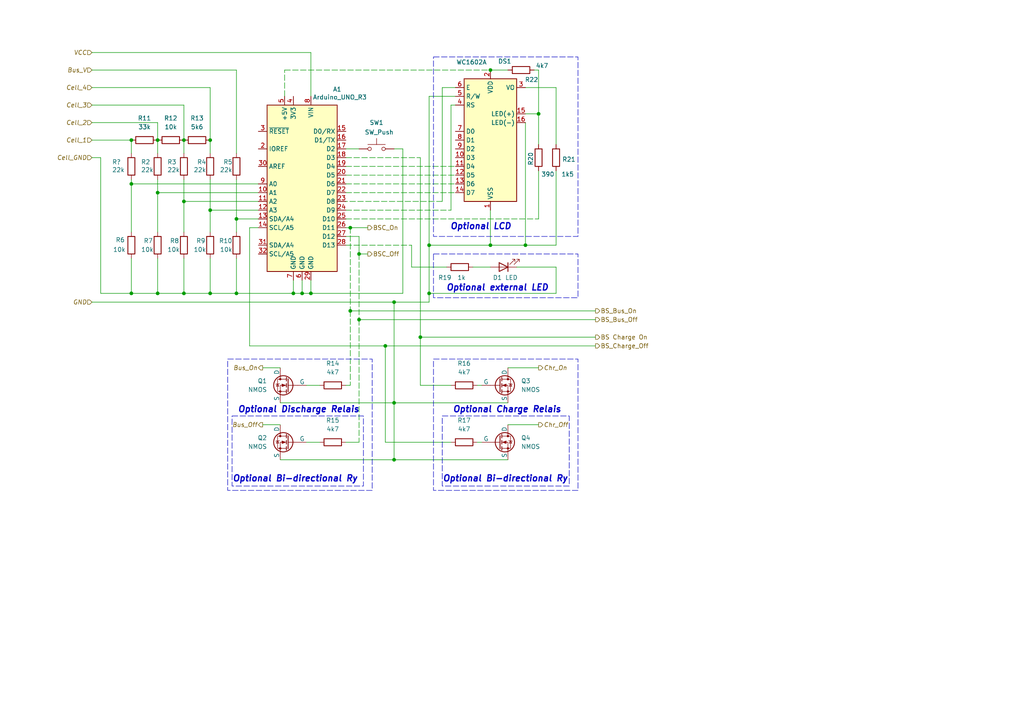
<source format=kicad_sch>
(kicad_sch (version 20231120) (generator "eeschema") (generator_version "8.0")
  (paper "A4")
  (lib_symbols
    (symbol "Device:LED" (pin_numbers hide) (pin_names (offset 1.016) hide)
      (property "Reference" "D" (at 0 2.54 0))
      (property "Value" "LED" (at 0 -2.54 0))
      (symbol "LED_0_1"
        (polyline (pts (xy -1.27 -1.27) (xy -1.27 1.27)) (stroke (width 0.254)))
        (polyline (pts (xy -1.27 0) (xy 1.27 0)))
        (polyline (pts (xy 1.27 -1.27) (xy 1.27 1.27) (xy -1.27 0) (xy 1.27 -1.27)) (stroke (width 0.254)))
        (polyline (pts (xy -3.048 -0.762) (xy -4.572 -2.286) (xy -3.81 -2.286) (xy -4.572 -2.286) (xy -4.572 -1.524)))
        (polyline (pts (xy -1.778 -0.762) (xy -3.302 -2.286) (xy -2.54 -2.286) (xy -3.302 -2.286) (xy -3.302 -1.524)))
      )
      (symbol "LED_1_1"
        (pin passive line (at -3.81 0 0) (length 2.54) (name "K") (number "1"))
        (pin passive line (at 3.81 0 180) (length 2.54) (name "A") (number "2"))
      )
    )
    (symbol "Device:R" (pin_numbers hide) (pin_names (offset 0))
      (property "Reference" "R" (at 2.032 0 90))
      (property "Value" "R" (at 0 0 90))
      (symbol "R_0_1"
        (rectangle (start -1.016 -2.54) (end 1.016 2.54) (stroke (width 0.254)))
      )
      (symbol "R_1_1"
        (pin passive line (at 0 3.81 270) (length 1.27) (name "~") (number "1"))
        (pin passive line (at 0 -3.81 90) (length 1.27) (name "~") (number "2"))
      )
    )
    (symbol "Display_Character:WC1602A"
      (property "Reference" "DS" (at -5.842 19.05 0))
      (property "Value" "WC1602A" (at 5.334 19.05 0))
      (symbol "WC1602A_1_1"
        (rectangle (start -7.62 17.78) (end 7.62 -17.78) (stroke (width 0.254)) (fill (type background)))
        (pin power_in line (at 0 -20.32 90) (length 2.54) (name "VSS") (number "1"))
        (pin input line (at -10.16 -5.08 0) (length 2.54) (name "D3") (number "10"))
        (pin input line (at -10.16 -7.62 0) (length 2.54) (name "D4") (number "11"))
        (pin input line (at -10.16 -10.16 0) (length 2.54) (name "D5") (number "12"))
        (pin input line (at -10.16 -12.7 0) (length 2.54) (name "D6") (number "13"))
        (pin input line (at -10.16 -15.24 0) (length 2.54) (name "D7") (number "14"))
        (pin power_in line (at 10.16 7.62 180) (length 2.54) (name "LED(+)") (number "15"))
        (pin power_in line (at 10.16 5.08 180) (length 2.54) (name "LED(-)") (number "16"))
        (pin power_in line (at 0 20.32 270) (length 2.54) (name "VDD") (number "2"))
        (pin input line (at 10.16 15.24 180) (length 2.54) (name "VO") (number "3"))
        (pin input line (at -10.16 10.16 0) (length 2.54) (name "RS") (number "4"))
        (pin input line (at -10.16 12.7 0) (length 2.54) (name "R/W") (number "5"))
        (pin input line (at -10.16 15.24 0) (length 2.54) (name "E") (number "6"))
        (pin input line (at -10.16 2.54 0) (length 2.54) (name "D0") (number "7"))
        (pin input line (at -10.16 0 0) (length 2.54) (name "D1") (number "8"))
        (pin input line (at -10.16 -2.54 0) (length 2.54) (name "D2") (number "9"))
      )
    )
    (symbol "MCU_Module:Arduino_UNO_R3"
      (property "Reference" "A" (at -10.16 23.495 0))
      (property "Value" "Arduino_UNO_R3" (at 5.08 -26.67 0))
      (symbol "Arduino_UNO_R3_0_1"
        (rectangle (start -10.16 22.86) (end 10.16 -25.4) (stroke (width 0.254)) (fill (type background)))
      )
      (symbol "Arduino_UNO_R3_1_1"
        (pin no_connect line (at -10.16 -20.32 0) (length 2.54) hide (name "NC") (number "1"))
        (pin bidirectional line (at 12.7 -2.54 180) (length 2.54) (name "A1") (number "10"))
        (pin bidirectional line (at 12.7 -5.08 180) (length 2.54) (name "A2") (number "11"))
        (pin bidirectional line (at 12.7 -7.62 180) (length 2.54) (name "A3") (number "12"))
        (pin bidirectional line (at 12.7 -10.16 180) (length 2.54) (name "SDA/A4") (number "13"))
        (pin bidirectional line (at 12.7 -12.7 180) (length 2.54) (name "SCL/A5") (number "14"))
        (pin bidirectional line (at -12.7 15.24 0) (length 2.54) (name "D0/RX") (number "15"))
        (pin bidirectional line (at -12.7 12.7 0) (length 2.54) (name "D1/TX") (number "16"))
        (pin bidirectional line (at -12.7 10.16 0) (length 2.54) (name "D2") (number "17"))
        (pin bidirectional line (at -12.7 7.62 0) (length 2.54) (name "D3") (number "18"))
        (pin bidirectional line (at -12.7 5.08 0) (length 2.54) (name "D4") (number "19"))
        (pin output line (at 12.7 10.16 180) (length 2.54) (name "IOREF") (number "2"))
        (pin bidirectional line (at -12.7 2.54 0) (length 2.54) (name "D5") (number "20"))
        (pin bidirectional line (at -12.7 0 0) (length 2.54) (name "D6") (number "21"))
        (pin bidirectional line (at -12.7 -2.54 0) (length 2.54) (name "D7") (number "22"))
        (pin bidirectional line (at -12.7 -5.08 0) (length 2.54) (name "D8") (number "23"))
        (pin bidirectional line (at -12.7 -7.62 0) (length 2.54) (name "D9") (number "24"))
        (pin bidirectional line (at -12.7 -10.16 0) (length 2.54) (name "D10") (number "25"))
        (pin bidirectional line (at -12.7 -12.7 0) (length 2.54) (name "D11") (number "26"))
        (pin bidirectional line (at -12.7 -15.24 0) (length 2.54) (name "D12") (number "27"))
        (pin bidirectional line (at -12.7 -17.78 0) (length 2.54) (name "D13") (number "28"))
        (pin power_in line (at -2.54 -27.94 90) (length 2.54) (name "GND") (number "29"))
        (pin input line (at 12.7 15.24 180) (length 2.54) (name "~{RESET}") (number "3"))
        (pin input line (at 12.7 5.08 180) (length 2.54) (name "AREF") (number "30"))
        (pin bidirectional line (at 12.7 -17.78 180) (length 2.54) (name "SDA/A4") (number "31"))
        (pin bidirectional line (at 12.7 -20.32 180) (length 2.54) (name "SCL/A5") (number "32"))
        (pin power_out line (at 2.54 25.4 270) (length 2.54) (name "3V3") (number "4"))
        (pin power_out line (at 5.08 25.4 270) (length 2.54) (name "+5V") (number "5"))
        (pin power_in line (at 0 -27.94 90) (length 2.54) (name "GND") (number "6"))
        (pin power_in line (at 2.54 -27.94 90) (length 2.54) (name "GND") (number "7"))
        (pin power_in line (at -2.54 25.4 270) (length 2.54) (name "VIN") (number "8"))
        (pin bidirectional line (at 12.7 0 180) (length 2.54) (name "A0") (number "9"))
      )
    )
    (symbol "Simulation_SPICE:NMOS" (pin_numbers hide) (pin_names (offset 0))
      (property "Reference" "Q" (at 5.08 1.27 0))
      (property "Value" "NMOS" (at 5.08 -1.27 0))
      (symbol "NMOS_0_1"
        (polyline (pts (xy 0.254 0) (xy -2.54 0)))
        (polyline (pts (xy 0.254 1.905) (xy 0.254 -1.905)) (stroke (width 0.254)))
        (polyline (pts (xy 0.762 -1.27) (xy 0.762 -2.286)) (stroke (width 0.254)))
        (polyline (pts (xy 0.762 0.508) (xy 0.762 -0.508)) (stroke (width 0.254)))
        (polyline (pts (xy 0.762 2.286) (xy 0.762 1.27)) (stroke (width 0.254)))
        (polyline (pts (xy 2.54 2.54) (xy 2.54 1.778)))
        (polyline (pts (xy 2.54 -2.54) (xy 2.54 0) (xy 0.762 0)))
        (polyline (pts (xy 0.762 -1.778) (xy 3.302 -1.778) (xy 3.302 1.778) (xy 0.762 1.778)))
        (polyline (pts (xy 1.016 0) (xy 2.032 0.381) (xy 2.032 -0.381) (xy 1.016 0)) (fill (type outline)))
        (polyline (pts (xy 2.794 0.508) (xy 2.921 0.381) (xy 3.683 0.381) (xy 3.81 0.254)))
        (polyline (pts (xy 3.302 0.381) (xy 2.921 -0.254) (xy 3.683 -0.254) (xy 3.302 0.381)))
        (circle (center 1.651 0) (radius 2.794) (stroke (width 0.254)))
        (circle (center 2.54 -1.778) (radius 0.254) (fill (type outline)))
        (circle (center 2.54 1.778) (radius 0.254) (fill (type outline)))
      )
      (symbol "NMOS_1_1"
        (pin passive line (at 2.54 5.08 270) (length 2.54) (name "D") (number "1"))
        (pin input line (at -5.08 0 0) (length 2.54) (name "G") (number "2"))
        (pin passive line (at 2.54 -5.08 90) (length 2.54) (name "S") (number "3"))
      )
    )
    (symbol "Switch:SW_Push" (pin_numbers hide) (pin_names (offset 1.016) hide)
      (property "Reference" "SW" (at 1.27 2.54 0))
      (property "Value" "SW_Push" (at 0 -1.524 0))
      (symbol "SW_Push_0_1"
        (circle (center -2.032 0) (radius 0.508))
        (polyline (pts (xy 0 1.27) (xy 0 3.048)))
        (polyline (pts (xy 2.54 1.27) (xy -2.54 1.27)))
        (circle (center 2.032 0) (radius 0.508))
        (pin passive line (at -5.08 0 0) (length 2.54) (name "1") (number "1"))
        (pin passive line (at 5.08 0 180) (length 2.54) (name "2") (number "2"))
      )
    )
  )
  (junction (at 101.6 66.04))
  (junction (at 124.46 71.12))
  (junction (at 53.34 85.09))
  (junction (at 90.17 85.09))
  (junction (at 111.76 100.33))
  (junction (at 87.63 85.09))
  (junction (at 45.72 55.88))
  (junction (at 114.3 87.63))
  (junction (at 124.46 85.09))
  (junction (at 85.09 85.09))
  (junction (at 53.34 40.64))
  (junction (at 68.58 85.09))
  (junction (at 101.6 90.17))
  (junction (at 38.1 53.34))
  (junction (at 156.21 33.02))
  (junction (at 114.3 116.84))
  (junction (at 60.96 60.96))
  (junction (at 68.58 63.5))
  (junction (at 60.96 40.64))
  (junction (at 121.92 97.79))
  (junction (at 104.14 73.66))
  (junction (at 142.24 71.12))
  (junction (at 38.1 85.09))
  (junction (at 38.1 40.64))
  (junction (at 104.14 92.71))
  (junction (at 142.24 20.32))
  (junction (at 45.72 40.64))
  (junction (at 152.4 71.12))
  (junction (at 114.3 133.35))
  (junction (at 45.72 85.09))
  (junction (at 60.96 85.09))
  (junction (at 53.34 58.42))
  (wire (pts (xy 81.28 133.35) (xy 114.3 133.35)))
  (wire (pts (xy 114.3 43.18) (xy 116.84 43.18)))
  (wire (pts (xy 45.72 74.93) (xy 45.72 85.09)))
  (wire (pts (xy 121.92 97.79) (xy 172.72 97.79)))
  (wire (pts (xy 45.72 67.31) (xy 45.72 55.88)))
  (wire (pts (xy 172.72 100.33) (xy 111.76 100.33)))
  (wire (pts (xy 119.38 71.12) (xy 119.38 77.47)))
  (wire (pts (xy 152.4 35.56) (xy 152.4 71.12)))
  (wire (pts (xy 60.96 67.31) (xy 60.96 60.96)))
  (wire (pts (xy 128.27 25.4) (xy 128.27 58.42)))
  (wire (pts (xy 124.46 27.94) (xy 132.08 27.94)))
  (wire (pts (xy 26.67 30.48) (xy 53.34 30.48)))
  (wire (pts (xy 53.34 30.48) (xy 53.34 40.64)))
  (wire (pts (xy 53.34 85.09) (xy 60.96 85.09)))
  (wire (pts (xy 68.58 20.32) (xy 68.58 44.45)))
  (wire (pts (xy 114.3 87.63) (xy 114.3 116.84)))
  (wire (pts (xy 128.27 58.42) (xy 100.33 58.42)) (stroke (width 0) (type dash)))
  (wire (pts (xy 111.76 100.33) (xy 111.76 128.27)))
  (wire (pts (xy 104.14 68.58) (xy 104.14 73.66)))
  (wire (pts (xy 100.33 43.18) (xy 104.14 43.18)))
  (wire (pts (xy 142.24 20.32) (xy 147.32 20.32)))
  (wire (pts (xy 45.72 85.09) (xy 53.34 85.09)))
  (wire (pts (xy 82.55 27.94) (xy 82.55 20.32)) (stroke (width 0) (type dash)))
  (wire (pts (xy 68.58 85.09) (xy 85.09 85.09)))
  (wire (pts (xy 161.29 49.53) (xy 161.29 71.12)))
  (wire (pts (xy 26.67 87.63) (xy 114.3 87.63)))
  (wire (pts (xy 124.46 71.12) (xy 124.46 85.09)))
  (wire (pts (xy 104.14 73.66) (xy 106.68 73.66)))
  (wire (pts (xy 53.34 74.93) (xy 53.34 85.09)))
  (wire (pts (xy 60.96 52.07) (xy 60.96 60.96)))
  (wire (pts (xy 72.39 66.04) (xy 74.93 66.04)))
  (wire (pts (xy 101.6 90.17) (xy 101.6 111.76)) (stroke (width 0) (type dash)))
  (wire (pts (xy 60.96 40.64) (xy 60.96 44.45)))
  (wire (pts (xy 121.92 97.79) (xy 121.92 111.76)))
  (wire (pts (xy 152.4 71.12) (xy 161.29 71.12)))
  (wire (pts (xy 90.17 27.94) (xy 90.17 15.24)))
  (wire (pts (xy 68.58 74.93) (xy 68.58 85.09)))
  (wire (pts (xy 104.14 92.71) (xy 172.72 92.71)))
  (wire (pts (xy 45.72 40.64) (xy 45.72 44.45)))
  (wire (pts (xy 138.43 128.27) (xy 139.7 128.27)))
  (wire (pts (xy 76.2 106.68) (xy 81.28 106.68)))
  (wire (pts (xy 114.3 87.63) (xy 124.46 87.63)))
  (wire (pts (xy 156.21 41.91) (xy 156.21 33.02)))
  (wire (pts (xy 137.16 77.47) (xy 142.24 77.47)))
  (wire (pts (xy 100.33 53.34) (xy 132.08 53.34)) (stroke (width 0) (type dash)))
  (wire (pts (xy 104.14 92.71) (xy 104.14 128.27)) (stroke (width 0) (type dash)))
  (wire (pts (xy 114.3 133.35) (xy 147.32 133.35)))
  (wire (pts (xy 100.33 50.8) (xy 132.08 50.8)) (stroke (width 0) (type dash)))
  (wire (pts (xy 87.63 85.09) (xy 90.17 85.09)))
  (wire (pts (xy 68.58 63.5) (xy 74.93 63.5)))
  (wire (pts (xy 68.58 52.07) (xy 68.58 63.5)))
  (wire (pts (xy 124.46 85.09) (xy 161.29 85.09)))
  (wire (pts (xy 38.1 74.93) (xy 38.1 85.09)))
  (wire (pts (xy 104.14 73.66) (xy 104.14 92.71)) (stroke (width 0) (type dash)))
  (wire (pts (xy 152.4 33.02) (xy 156.21 33.02)))
  (wire (pts (xy 100.33 71.12) (xy 119.38 71.12)) (stroke (width 0) (type dash)))
  (wire (pts (xy 156.21 20.32) (xy 156.21 33.02)))
  (wire (pts (xy 124.46 85.09) (xy 124.46 87.63)))
  (wire (pts (xy 72.39 66.04) (xy 72.39 100.33)))
  (wire (pts (xy 90.17 81.28) (xy 90.17 85.09)))
  (wire (pts (xy 29.21 85.09) (xy 38.1 85.09)))
  (wire (pts (xy 60.96 25.4) (xy 60.96 40.64)))
  (wire (pts (xy 38.1 53.34) (xy 74.93 53.34)))
  (wire (pts (xy 81.28 116.84) (xy 114.3 116.84)))
  (wire (pts (xy 45.72 52.07) (xy 45.72 55.88)))
  (wire (pts (xy 38.1 52.07) (xy 38.1 53.34)))
  (wire (pts (xy 101.6 66.04) (xy 100.33 66.04)))
  (wire (pts (xy 100.33 55.88) (xy 132.08 55.88)) (stroke (width 0) (type dash)))
  (wire (pts (xy 90.17 15.24) (xy 26.67 15.24)))
  (wire (pts (xy 101.6 90.17) (xy 172.72 90.17)))
  (wire (pts (xy 29.21 45.72) (xy 29.21 85.09)))
  (wire (pts (xy 138.43 111.76) (xy 139.7 111.76)))
  (wire (pts (xy 147.32 106.68) (xy 156.21 106.68)))
  (wire (pts (xy 161.29 77.47) (xy 161.29 85.09)))
  (wire (pts (xy 100.33 45.72) (xy 121.92 45.72)) (stroke (width 0) (type dash)))
  (wire (pts (xy 100.33 128.27) (xy 104.14 128.27)))
  (wire (pts (xy 101.6 66.04) (xy 101.6 90.17)) (stroke (width 0) (type dash)))
  (wire (pts (xy 26.67 25.4) (xy 60.96 25.4)))
  (wire (pts (xy 116.84 43.18) (xy 116.84 85.09)))
  (wire (pts (xy 121.92 45.72) (xy 121.92 97.79)))
  (wire (pts (xy 111.76 100.33) (xy 72.39 100.33)))
  (wire (pts (xy 119.38 77.47) (xy 129.54 77.47)))
  (wire (pts (xy 53.34 52.07) (xy 53.34 58.42)))
  (wire (pts (xy 87.63 81.28) (xy 87.63 85.09)))
  (wire (pts (xy 60.96 60.96) (xy 74.93 60.96)))
  (wire (pts (xy 130.81 30.48) (xy 132.08 30.48)))
  (wire (pts (xy 114.3 116.84) (xy 147.32 116.84)))
  (wire (pts (xy 124.46 27.94) (xy 124.46 71.12)))
  (wire (pts (xy 100.33 63.5) (xy 156.21 63.5)) (stroke (width 0) (type dash)))
  (wire (pts (xy 76.2 123.19) (xy 81.28 123.19)))
  (wire (pts (xy 53.34 40.64) (xy 53.34 44.45)))
  (wire (pts (xy 26.67 20.32) (xy 68.58 20.32)))
  (wire (pts (xy 38.1 85.09) (xy 45.72 85.09)))
  (wire (pts (xy 38.1 40.64) (xy 38.1 44.45)))
  (wire (pts (xy 147.32 123.19) (xy 156.21 123.19)))
  (wire (pts (xy 142.24 71.12) (xy 152.4 71.12)))
  (wire (pts (xy 26.67 45.72) (xy 29.21 45.72)))
  (wire (pts (xy 121.92 111.76) (xy 130.81 111.76)))
  (wire (pts (xy 161.29 25.4) (xy 161.29 41.91)))
  (wire (pts (xy 53.34 67.31) (xy 53.34 58.42)))
  (wire (pts (xy 130.81 30.48) (xy 130.81 60.96)))
  (wire (pts (xy 38.1 67.31) (xy 38.1 53.34)))
  (wire (pts (xy 111.76 128.27) (xy 130.81 128.27)))
  (wire (pts (xy 85.09 81.28) (xy 85.09 85.09)))
  (wire (pts (xy 90.17 85.09) (xy 116.84 85.09)))
  (wire (pts (xy 88.9 111.76) (xy 92.71 111.76)))
  (wire (pts (xy 68.58 67.31) (xy 68.58 63.5)))
  (wire (pts (xy 156.21 63.5) (xy 156.21 49.53)))
  (wire (pts (xy 154.94 20.32) (xy 156.21 20.32)))
  (wire (pts (xy 100.33 111.76) (xy 101.6 111.76)))
  (wire (pts (xy 88.9 128.27) (xy 92.71 128.27)))
  (wire (pts (xy 82.55 20.32) (xy 142.24 20.32)) (stroke (width 0) (type dash)))
  (wire (pts (xy 152.4 25.4) (xy 161.29 25.4)))
  (wire (pts (xy 101.6 66.04) (xy 106.68 66.04)))
  (wire (pts (xy 85.09 85.09) (xy 87.63 85.09)))
  (wire (pts (xy 100.33 68.58) (xy 104.14 68.58)))
  (wire (pts (xy 149.86 77.47) (xy 161.29 77.47)))
  (wire (pts (xy 128.27 25.4) (xy 132.08 25.4)))
  (wire (pts (xy 26.67 35.56) (xy 45.72 35.56)))
  (wire (pts (xy 26.67 40.64) (xy 38.1 40.64)))
  (wire (pts (xy 60.96 85.09) (xy 68.58 85.09)))
  (wire (pts (xy 45.72 55.88) (xy 74.93 55.88)))
  (wire (pts (xy 60.96 74.93) (xy 60.96 85.09)))
  (wire (pts (xy 53.34 58.42) (xy 74.93 58.42)))
  (wire (pts (xy 100.33 60.96) (xy 130.81 60.96)) (stroke (width 0) (type dash)))
  (wire (pts (xy 100.33 48.26) (xy 132.08 48.26)) (stroke (width 0) (type dash)))
  (wire (pts (xy 124.46 71.12) (xy 142.24 71.12)))
  (wire (pts (xy 114.3 116.84) (xy 114.3 133.35)))
  (wire (pts (xy 45.72 35.56) (xy 45.72 40.64)))
  (wire (pts (xy 142.24 71.12) (xy 142.24 60.96)))
  (rectangle (start 67.31 120.65) (end 105.41 140.97) (stroke (width 0) (type dash)))
  (rectangle (start 66.04 104.14) (end 107.95 142.24) (stroke (width 0) (type dash)))
  (rectangle (start 125.73 73.66) (end 167.64 86.36) (stroke (width 0) (type dash)))
  (rectangle (start 128.27 120.65) (end 165.1 140.97) (stroke (width 0) (type dash)))
  (rectangle (start 125.73 104.14) (end 167.64 142.24) (stroke (width 0) (type dash)))
  (rectangle (start 125.73 16.51) (end 167.64 68.58) (stroke (width 0) (type dash)))
  (text "Optional Discharge Relais" (at 86.614 118.872 0) (effects (font (size 1.778 1.778) (bold yes) (italic yes))))
  (text "Optional Charge Relais" (at 147.066 118.872 0) (effects (font (size 1.778 1.778) (bold yes) (italic yes))))
  (text "Optional Bi-directional Ry" (at 85.598 138.938 0) (effects (font (size 1.778 1.778) (bold yes) (italic yes))))
  (text "Optional Bi-directional Ry" (at 146.558 138.938 0) (effects (font (size 1.778 1.778) (bold yes) (italic yes))))
  (text "Optional external LED" (at 144.272 83.566 0) (effects (font (size 1.778 1.778) (thickness 0.3556) (bold yes) (italic yes))))
  (text "Optional LCD" (at 139.446 65.786 0) (effects (font (size 1.778 1.778) (thickness 0.3556) (bold yes) (italic yes))))
  (hierarchical_label "VCC" (shape input) (at 26.67 15.24 180) (effects (font (italic yes))))
  (hierarchical_label "BS_Bus_On" (shape output) (at 172.72 90.17 0))
  (hierarchical_label "Chr_On" (shape output) (at 156.21 106.68 0) (effects (font (italic yes))))
  (hierarchical_label "Cell_GND" (shape input) (at 26.67 45.72 180) (effects (font (italic yes))))
  (hierarchical_label "Cell_4" (shape input) (at 26.67 25.4 180) (effects (font (italic yes))))
  (hierarchical_label "BS_Charge_Off" (shape output) (at 172.72 100.33 0))
  (hierarchical_label "BS Charge On" (shape output) (at 172.72 97.79 0))
  (hierarchical_label "BSC_Off" (shape output) (at 106.68 73.66 0))
  (hierarchical_label "Bus_On" (shape output) (at 76.2 106.68 180) (effects (font (italic yes))))
  (hierarchical_label "BS_Bus_Off" (shape output) (at 172.72 92.71 0))
  (hierarchical_label "Cell_1" (shape input) (at 26.67 40.64 180) (effects (font (italic yes))))
  (hierarchical_label "Bus_V" (shape input) (at 26.67 20.32 180) (effects (font (italic yes))))
  (hierarchical_label "Cell_2" (shape input) (at 26.67 35.56 180) (effects (font (italic yes))))
  (hierarchical_label "GND" (shape input) (at 26.67 87.63 180) (effects (font (italic yes))))
  (hierarchical_label "Bus_Off" (shape output) (at 76.2 123.19 180) (effects (font (italic yes))))
  (hierarchical_label "BSC_On" (shape output) (at 106.68 66.04 0))
  (hierarchical_label "Cell_3" (shape input) (at 26.67 30.48 180) (effects (font (italic yes))))
  (hierarchical_label "Chr_Off" (shape output) (at 156.21 123.19 0) (effects (font (italic yes))))
  (symbol (lib_id "Device:R") (at 38.1 48.26 0) (unit 1)
    (property "Reference" "R?" (at 32.512 46.99 0) (effects (justify left)))
    (property "Value" "22k" (at 32.512 49.276 0) (effects (justify left)))
    (property "Description" "Resistor" (effects (hide yes)))
  )
  (symbol (lib_id "Simulation_SPICE:NMOS") (at 144.78 111.76 0) (unit 1)
    (property "Reference" "Q3" (at 151.13 110.4899 0) (effects (justify left)))
    (property "Value" "NMOS" (at 151.13 113.0299 0) (effects (justify left)))
    (property "Datasheet" "https://ngspice.sourceforge.io/docs/ngspice-html-manual/manual.xhtml#cha_MOSFETs" (effects (hide yes)))
    (property "Description" "N-MOSFET transistor, drain/source/gate" (effects (hide yes)))
    (property "Sim.Device" "NMOS" (effects (hide yes)))
    (property "Sim.Type" "VDMOS" (effects (hide yes)))
    (property "Sim.Pins" "1=D 2=G 3=S" (effects (hide yes)))
  )
  (symbol (lib_id "Device:R") (at 134.62 128.27 90) (unit 1)
    (property "Reference" "R17" (at 134.62 121.92 90))
    (property "Value" "4k7" (at 134.62 124.46 90))
    (property "Description" "Resistor" (effects (hide yes)))
  )
  (symbol (lib_id "Device:R") (at 49.53 40.64 90) (unit 1)
    (property "Reference" "R12" (at 49.53 34.29 90))
    (property "Value" "10k" (at 49.53 36.83 90))
    (property "Description" "Resistor" (effects (hide yes)))
  )
  (symbol (lib_id "Device:R") (at 60.96 71.12 0) (unit 1)
    (property "Reference" "R9" (at 56.896 69.85 0) (effects (justify left)))
    (property "Value" "10k" (at 56.134 72.39 0) (effects (justify left)))
    (property "Description" "Resistor" (effects (hide yes)))
  )
  (symbol (lib_id "Device:R") (at 156.21 45.72 0) (unit 1)
    (property "Reference" "R20" (at 153.924 48.006 90) (effects (justify left)))
    (property "Value" "390" (at 156.972 50.546 0) (effects (justify left)))
    (property "Description" "Resistor" (effects (hide yes)))
  )
  (symbol (lib_id "Device:R") (at 53.34 71.12 0) (unit 1)
    (property "Reference" "R8" (at 49.276 69.85 0) (effects (justify left)))
    (property "Value" "10k" (at 48.514 72.39 0) (effects (justify left)))
    (property "Description" "Resistor" (effects (hide yes)))
  )
  (symbol (lib_id "Switch:SW_Push") (at 109.22 43.18 0) (unit 1)
    (property "Reference" "SW1" (at 109.22 35.56 0))
    (property "Value" "SW_Push" (at 109.982 38.354 0))
    (property "Description" "Push button switch, generic, two pins" (effects (hide yes)))
  )
  (symbol (lib_id "Device:R") (at 38.1 71.12 0) (unit 1)
    (property "Reference" "R6" (at 33.528 69.596 0) (effects (justify left)))
    (property "Value" "10k" (at 32.766 72.39 0) (effects (justify left)))
    (property "Description" "Resistor" (effects (hide yes)))
  )
  (symbol (lib_id "Display_Character:WC1602A") (at 142.24 40.64 0) (unit 1)
    (property "Reference" "DS1" (at 144.4341 17.78 0) (effects (justify left)))
    (property "Value" "WC1602A" (at 132.334 18.034 0) (effects (justify left)))
    (property "Footprint" "Display:WC1602A" (effects (hide yes)))
    (property "Datasheet" "http://www.wincomlcd.com/pdf/WC1602A-SFYLYHTC06.pdf" (effects (hide yes)))
    (property "Description" "LCD 16x2 Alphanumeric , 8 bit parallel bus, 5V VDD" (effects (hide yes)))
  )
  (symbol (lib_id "Device:R") (at 151.13 20.32 90) (unit 1)
    (property "Reference" "R22" (at 154.178 23.114 90))
    (property "Value" "4k7" (at 157.226 19.05 90))
    (property "Description" "Resistor" (effects (hide yes)))
  )
  (symbol (lib_id "Simulation_SPICE:NMOS") (at 83.82 128.27 0) (mirror y) (unit 1)
    (property "Reference" "Q2" (at 77.47 126.9999 0) (effects (justify left)))
    (property "Value" "NMOS" (at 77.47 129.5399 0) (effects (justify left)))
    (property "Datasheet" "https://ngspice.sourceforge.io/docs/ngspice-html-manual/manual.xhtml#cha_MOSFETs" (effects (hide yes)))
    (property "Description" "N-MOSFET transistor, drain/source/gate" (effects (hide yes)))
    (property "Sim.Device" "NMOS" (effects (hide yes)))
    (property "Sim.Type" "VDMOS" (effects (hide yes)))
    (property "Sim.Pins" "1=D 2=G 3=S" (effects (hide yes)))
  )
  (symbol (lib_id "Device:R") (at 161.29 45.72 0) (unit 1)
    (property "Reference" "R21" (at 163.068 46.228 0) (effects (justify left)))
    (property "Value" "1k5" (at 162.814 50.546 0) (effects (justify left)))
    (property "Description" "Resistor" (effects (hide yes)))
  )
  (symbol (lib_id "Device:R") (at 53.34 48.26 0) (unit 1)
    (property "Reference" "R3" (at 48.514 46.99 0) (effects (justify left)))
    (property "Value" "22k" (at 48.514 49.276 0) (effects (justify left)))
    (property "Description" "Resistor" (effects (hide yes)))
  )
  (symbol (lib_id "Device:R") (at 133.35 77.47 90) (unit 1)
    (property "Reference" "R19" (at 129.032 80.518 90))
    (property "Value" "1k" (at 133.858 80.518 90))
    (property "Description" "Resistor" (effects (hide yes)))
  )
  (symbol (lib_id "Simulation_SPICE:NMOS") (at 144.78 128.27 0) (unit 1)
    (property "Reference" "Q4" (at 151.13 126.9999 0) (effects (justify left)))
    (property "Value" "NMOS" (at 151.13 129.5399 0) (effects (justify left)))
    (property "Datasheet" "https://ngspice.sourceforge.io/docs/ngspice-html-manual/manual.xhtml#cha_MOSFETs" (effects (hide yes)))
    (property "Description" "N-MOSFET transistor, drain/source/gate" (effects (hide yes)))
    (property "Sim.Device" "NMOS" (effects (hide yes)))
    (property "Sim.Type" "VDMOS" (effects (hide yes)))
    (property "Sim.Pins" "1=D 2=G 3=S" (effects (hide yes)))
  )
  (symbol (lib_id "Device:R") (at 41.91 40.64 90) (unit 1)
    (property "Reference" "R11" (at 41.91 34.29 90))
    (property "Value" "33k" (at 41.91 36.83 90))
    (property "Description" "Resistor" (effects (hide yes)))
  )
  (symbol (lib_id "Device:R") (at 68.58 48.26 0) (unit 1)
    (property "Reference" "R5" (at 64.77 46.99 0) (effects (justify left)))
    (property "Value" "22k" (at 63.754 49.276 0) (effects (justify left)))
    (property "Description" "Resistor" (effects (hide yes)))
  )
  (symbol (lib_id "Device:R") (at 57.15 40.64 90) (unit 1)
    (property "Reference" "R13" (at 57.15 34.29 90))
    (property "Value" "5k6" (at 57.15 36.83 90))
    (property "Description" "Resistor" (effects (hide yes)))
  )
  (symbol (lib_id "Device:R") (at 134.62 111.76 90) (unit 1)
    (property "Reference" "R16" (at 134.62 105.41 90))
    (property "Value" "4k7" (at 134.62 107.95 90))
    (property "Description" "Resistor" (effects (hide yes)))
  )
  (symbol (lib_id "Device:R") (at 96.52 128.27 90) (unit 1)
    (property "Reference" "R15" (at 96.52 121.92 90))
    (property "Value" "4k7" (at 96.52 124.46 90))
    (property "Description" "Resistor" (effects (hide yes)))
  )
  (symbol (lib_id "Device:R") (at 45.72 71.12 0) (unit 1)
    (property "Reference" "R7" (at 41.656 69.85 0) (effects (justify left)))
    (property "Value" "10k" (at 40.894 72.39 0) (effects (justify left)))
    (property "Description" "Resistor" (effects (hide yes)))
  )
  (symbol (lib_id "Device:R") (at 60.96 48.26 0) (unit 1)
    (property "Reference" "R4" (at 57.15 46.99 0) (effects (justify left)))
    (property "Value" "22k" (at 56.134 49.276 0) (effects (justify left)))
    (property "Description" "Resistor" (effects (hide yes)))
  )
  (symbol (lib_id "MCU_Module:Arduino_UNO_R3") (at 87.63 53.34 0) (mirror y) (unit 1)
    (property "Reference" "A1" (at 99.06 25.908 0) (effects (justify left)))
    (property "Value" "Arduino_UNO_R3" (at 106.426 28.194 0) (effects (justify left)))
    (property "Footprint" "Module:Arduino_UNO_R3" (effects (hide yes)))
    (property "Datasheet" "https://www.arduino.cc/en/Main/arduinoBoardUno" (effects (hide yes)))
    (property "Description" "Arduino UNO Microcontroller Module, release 3" (effects (hide yes)))
  )
  (symbol (lib_id "Device:R") (at 68.58 71.12 0) (unit 1)
    (property "Reference" "R10" (at 63.5 69.85 0) (effects (justify left)))
    (property "Value" "10k" (at 63.754 72.39 0) (effects (justify left)))
    (property "Description" "Resistor" (effects (hide yes)))
  )
  (symbol (lib_id "Device:R") (at 45.72 48.26 0) (unit 1)
    (property "Reference" "R2" (at 40.894 46.99 0) (effects (justify left)))
    (property "Value" "22k" (at 40.894 49.276 0) (effects (justify left)))
    (property "Description" "Resistor" (effects (hide yes)))
  )
  (symbol (lib_id "Simulation_SPICE:NMOS") (at 83.82 111.76 0) (mirror y) (unit 1)
    (property "Reference" "Q1" (at 77.47 110.4899 0) (effects (justify left)))
    (property "Value" "NMOS" (at 77.47 113.0299 0) (effects (justify left)))
    (property "Datasheet" "https://ngspice.sourceforge.io/docs/ngspice-html-manual/manual.xhtml#cha_MOSFETs" (effects (hide yes)))
    (property "Description" "N-MOSFET transistor, drain/source/gate" (effects (hide yes)))
    (property "Sim.Device" "NMOS" (effects (hide yes)))
    (property "Sim.Type" "VDMOS" (effects (hide yes)))
    (property "Sim.Pins" "1=D 2=G 3=S" (effects (hide yes)))
  )
  (symbol (lib_id "Device:LED") (at 146.05 77.47 180) (unit 1)
    (property "Reference" "D1" (at 144.272 80.518 0))
    (property "Value" "LED" (at 148.336 80.518 0))
    (property "Description" "Light emitting diode" (effects (hide yes)))
  )
  (symbol (lib_id "Device:R") (at 96.52 111.76 90) (unit 1)
    (property "Reference" "R14" (at 96.52 105.41 90))
    (property "Value" "4k7" (at 96.52 107.95 90))
    (property "Description" "Resistor" (effects (hide yes)))
  )
)
</source>
